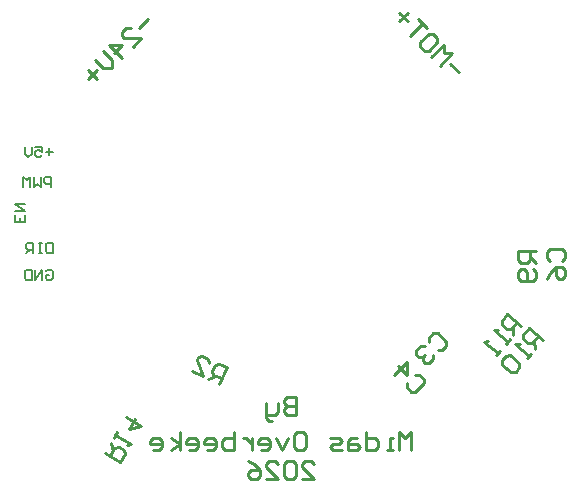
<source format=gbr>
%TF.GenerationSoftware,Altium Limited,Altium Designer,22.1.2 (22)*%
G04 Layer_Color=32896*
%FSLAX45Y45*%
%MOMM*%
%TF.SameCoordinates,A05C4332-DD78-49BD-A17D-671ED2E2A3CF*%
%TF.FilePolarity,Positive*%
%TF.FileFunction,Legend,Bot*%
%TF.Part,Single*%
G01*
G75*
%TA.AperFunction,NonConductor*%
%ADD48C,0.25400*%
%ADD49C,0.17780*%
D48*
X2739659Y1046296D02*
Y893945D01*
X2663483D01*
X2638091Y919337D01*
Y944729D01*
X2663483Y970120D01*
X2739659D01*
X2663483D01*
X2638091Y995512D01*
Y1020904D01*
X2663483Y1046296D01*
X2739659D01*
X2587308Y995512D02*
Y919337D01*
X2561916Y893945D01*
X2485741D01*
Y868553D01*
X2511133Y843162D01*
X2536525D01*
X2485741Y893945D02*
Y995512D01*
X3717243Y599381D02*
Y751732D01*
X3666459Y700948D01*
X3615675Y751732D01*
Y599381D01*
X3564892D02*
X3514108D01*
X3539500D01*
Y700948D01*
X3564892D01*
X3336366Y751732D02*
Y599381D01*
X3412541D01*
X3437933Y624773D01*
Y675556D01*
X3412541Y700948D01*
X3336366D01*
X3260190D02*
X3209407D01*
X3184015Y675556D01*
Y599381D01*
X3260190D01*
X3285582Y624773D01*
X3260190Y650164D01*
X3184015D01*
X3133231Y599381D02*
X3057056D01*
X3031664Y624773D01*
X3057056Y650164D01*
X3107840D01*
X3133231Y675556D01*
X3107840Y700948D01*
X3031664D01*
X2752355Y751732D02*
X2803138D01*
X2828530Y726340D01*
Y624773D01*
X2803138Y599381D01*
X2752355D01*
X2726963Y624773D01*
Y726340D01*
X2752355Y751732D01*
X2676179Y700948D02*
X2625396Y599381D01*
X2574612Y700948D01*
X2447653Y599381D02*
X2498437D01*
X2523829Y624773D01*
Y675556D01*
X2498437Y700948D01*
X2447653D01*
X2422261Y675556D01*
Y650164D01*
X2523829D01*
X2371478Y700948D02*
Y599381D01*
Y650164D01*
X2346086Y675556D01*
X2320694Y700948D01*
X2295302D01*
X2219127Y751732D02*
Y599381D01*
X2142952D01*
X2117560Y624773D01*
Y650164D01*
Y675556D01*
X2142952Y700948D01*
X2219127D01*
X1990601Y599381D02*
X2041385D01*
X2066776Y624773D01*
Y675556D01*
X2041385Y700948D01*
X1990601D01*
X1965209Y675556D01*
Y650164D01*
X2066776D01*
X1838250Y599381D02*
X1889034D01*
X1914426Y624773D01*
Y675556D01*
X1889034Y700948D01*
X1838250D01*
X1812858Y675556D01*
Y650164D01*
X1914426D01*
X1762075Y599381D02*
Y751732D01*
Y650164D02*
X1685900Y700948D01*
X1762075Y650164D02*
X1685900Y599381D01*
X1533549D02*
X1584332D01*
X1609724Y624773D01*
Y675556D01*
X1584332Y700948D01*
X1533549D01*
X1508157Y675556D01*
Y650164D01*
X1609724D01*
X2790442Y355600D02*
X2892009D01*
X2790442Y457167D01*
Y482559D01*
X2815834Y507951D01*
X2866618D01*
X2892009Y482559D01*
X2739659D02*
X2714267Y507951D01*
X2663483D01*
X2638091Y482559D01*
Y380992D01*
X2663483Y355600D01*
X2714267D01*
X2739659Y380992D01*
Y482559D01*
X2485741Y355600D02*
X2587308D01*
X2485741Y457167D01*
Y482559D01*
X2511133Y507951D01*
X2561916D01*
X2587308Y482559D01*
X2333390Y507951D02*
X2384174Y482559D01*
X2434957Y431775D01*
Y380992D01*
X2409565Y355600D01*
X2358782D01*
X2333390Y380992D01*
Y406383D01*
X2358782Y431775D01*
X2434957D01*
X4117864Y3798185D02*
X4046045Y3870004D01*
X3956272Y3852049D02*
X4064000Y3959778D01*
X3992181D01*
Y4031596D01*
X3884453Y3923868D01*
X3902408Y4121370D02*
X3938317Y4085461D01*
Y4049551D01*
X3866498Y3977732D01*
X3830589D01*
X3794679Y4013642D01*
Y4049551D01*
X3866498Y4121370D01*
X3902408D01*
X3848543Y4175234D02*
X3776725Y4247053D01*
X3812634Y4211143D01*
X3704906Y4103415D01*
X3686951Y4229098D02*
X3615132Y4300917D01*
X3686951Y4300917D02*
X3615132Y4229098D01*
X1485015Y4244864D02*
X1413196Y4173045D01*
X1359332Y4011453D02*
X1431151Y4083272D01*
X1287513D01*
X1269558Y4101226D01*
Y4137136D01*
X1305468Y4173045D01*
X1341377D01*
X1269558Y3921679D02*
X1161830Y4029408D01*
X1269558D01*
X1197739Y3957589D01*
X1107966Y3975543D02*
X1179785Y3903725D01*
Y3831906D01*
X1107966Y3831906D01*
X1036147Y3903725D01*
X1054102Y3813951D02*
X982283Y3742132D01*
X982283Y3813951D02*
X1054102Y3742132D01*
X1121511Y571663D02*
X1253451Y495488D01*
X1291538Y561458D01*
X1282244Y596143D01*
X1238264Y621535D01*
X1203578Y612241D01*
X1165491Y546271D01*
X1190883Y590251D02*
X1172295Y659623D01*
X1197686Y703603D02*
X1223078Y747582D01*
X1210382Y725593D01*
X1342322Y649417D01*
X1307636Y640123D01*
X1299254Y879522D02*
X1431193Y803347D01*
X1327136Y775465D01*
X1377919Y863424D01*
X3868245Y1514364D02*
Y1550273D01*
X3904154Y1586183D01*
X3940064D01*
X4011883Y1514364D01*
Y1478454D01*
X3975974Y1442545D01*
X3940064D01*
X3832336Y1478454D02*
X3796426D01*
X3760517Y1442545D01*
Y1406635D01*
X3778471Y1388681D01*
X3814381D01*
X3832336Y1406636D01*
X3814381Y1388681D01*
Y1352771D01*
X3832336Y1334817D01*
X3868245D01*
X3904154Y1370726D01*
Y1406636D01*
X3749564Y1237154D02*
X3785474D01*
X3821383Y1201245D01*
Y1165336D01*
X3749564Y1093517D01*
X3713655D01*
X3677746Y1129426D01*
Y1165336D01*
X3570017Y1237154D02*
X3677746Y1344883D01*
Y1237154D01*
X3605926Y1308974D01*
X4647543Y1652268D02*
X4530836Y1750197D01*
X4481871Y1691844D01*
X4485001Y1656071D01*
X4523904Y1623428D01*
X4559676Y1626558D01*
X4608641Y1684911D01*
X4575998Y1646009D02*
X4582257Y1574463D01*
X4549614Y1535561D02*
X4516971Y1496658D01*
X4533293Y1516109D01*
X4416585Y1614039D01*
X4452358Y1617168D01*
X4468007Y1438305D02*
X4435364Y1399402D01*
X4451685Y1418853D01*
X4334978Y1516783D01*
X4370750Y1519912D01*
X4828965Y1532020D02*
X4712258Y1629949D01*
X4663293Y1571595D01*
X4666423Y1535822D01*
X4705325Y1503179D01*
X4741098Y1506309D01*
X4790063Y1564663D01*
X4757419Y1525760D02*
X4763679Y1454215D01*
X4731036Y1415312D02*
X4698393Y1376410D01*
X4714714Y1395861D01*
X4598007Y1493790D01*
X4633780Y1496920D01*
X4552172Y1399663D02*
X4516399Y1396534D01*
X4483756Y1357632D01*
X4486886Y1321859D01*
X4564691Y1256573D01*
X4600464Y1259702D01*
X4633107Y1298605D01*
X4629977Y1334378D01*
X4552172Y1399663D01*
X4775175Y2285959D02*
X4622825D01*
Y2209783D01*
X4648217Y2184392D01*
X4699000D01*
X4724392Y2209783D01*
Y2285959D01*
Y2235175D02*
X4775175Y2184392D01*
X4749783Y2133608D02*
X4775175Y2108216D01*
Y2057433D01*
X4749783Y2032041D01*
X4648217D01*
X4622825Y2057433D01*
Y2108216D01*
X4648217Y2133608D01*
X4673608D01*
X4699000Y2108216D01*
Y2032041D01*
X2089471Y1160006D02*
X2153857Y1298083D01*
X2084819Y1330276D01*
X2051075Y1317994D01*
X2029613Y1271969D01*
X2041895Y1238225D01*
X2110933Y1206032D01*
X2064907Y1227494D02*
X1997420Y1202931D01*
X1859343Y1267317D02*
X1951394Y1224393D01*
X1902267Y1359368D01*
X1912998Y1382381D01*
X1946742Y1394662D01*
X1992767Y1373200D01*
X2005049Y1339456D01*
X4889517Y2197092D02*
X4864125Y2222483D01*
Y2273267D01*
X4889517Y2298659D01*
X4991083D01*
X5016475Y2273267D01*
Y2222483D01*
X4991083Y2197092D01*
X4864125Y2044741D02*
X4889517Y2095525D01*
X4940300Y2146308D01*
X4991083D01*
X5016475Y2120916D01*
Y2070133D01*
X4991083Y2044741D01*
X4965692D01*
X4940300Y2070133D01*
Y2146308D01*
D49*
X621472Y2111139D02*
X636284Y2125951D01*
X665908D01*
X680720Y2111139D01*
Y2051892D01*
X665908Y2037080D01*
X636284D01*
X621472Y2051892D01*
Y2081516D01*
X651096D01*
X591849Y2037080D02*
Y2125951D01*
X532601Y2037080D01*
Y2125951D01*
X502977D02*
Y2037080D01*
X458542D01*
X443730Y2051892D01*
Y2111139D01*
X458542Y2125951D01*
X502977D01*
X680720Y2354551D02*
Y2265680D01*
X636284D01*
X621472Y2280492D01*
Y2339739D01*
X636284Y2354551D01*
X680720D01*
X591849D02*
X562225D01*
X577037D01*
Y2265680D01*
X591849D01*
X562225D01*
X517789D02*
Y2354551D01*
X473354D01*
X458542Y2339739D01*
Y2310116D01*
X473354Y2295304D01*
X517789D01*
X488166D02*
X458542Y2265680D01*
X449551Y2591628D02*
Y2532380D01*
X360680D01*
Y2591628D01*
X405116Y2532380D02*
Y2562004D01*
X360680Y2621251D02*
X449551D01*
X360680Y2680499D01*
X449551D01*
X668020Y2824480D02*
Y2913351D01*
X623584D01*
X608772Y2898539D01*
Y2868916D01*
X623584Y2854104D01*
X668020D01*
X579149Y2913351D02*
Y2824480D01*
X549525Y2854104D01*
X519901Y2824480D01*
Y2913351D01*
X490277Y2824480D02*
Y2913351D01*
X460654Y2883728D01*
X431030Y2913351D01*
Y2824480D01*
X680720Y3122916D02*
X621472D01*
X651096Y3152539D02*
Y3093292D01*
X532601Y3167351D02*
X591849D01*
Y3122916D01*
X562225Y3137728D01*
X547413D01*
X532601Y3122916D01*
Y3093292D01*
X547413Y3078480D01*
X577037D01*
X591849Y3093292D01*
X502977Y3167351D02*
Y3108104D01*
X473354Y3078480D01*
X443730Y3108104D01*
Y3167351D01*
%TF.MD5,d519cf40be1a8d7ad7ee40857ef057e8*%
M02*

</source>
